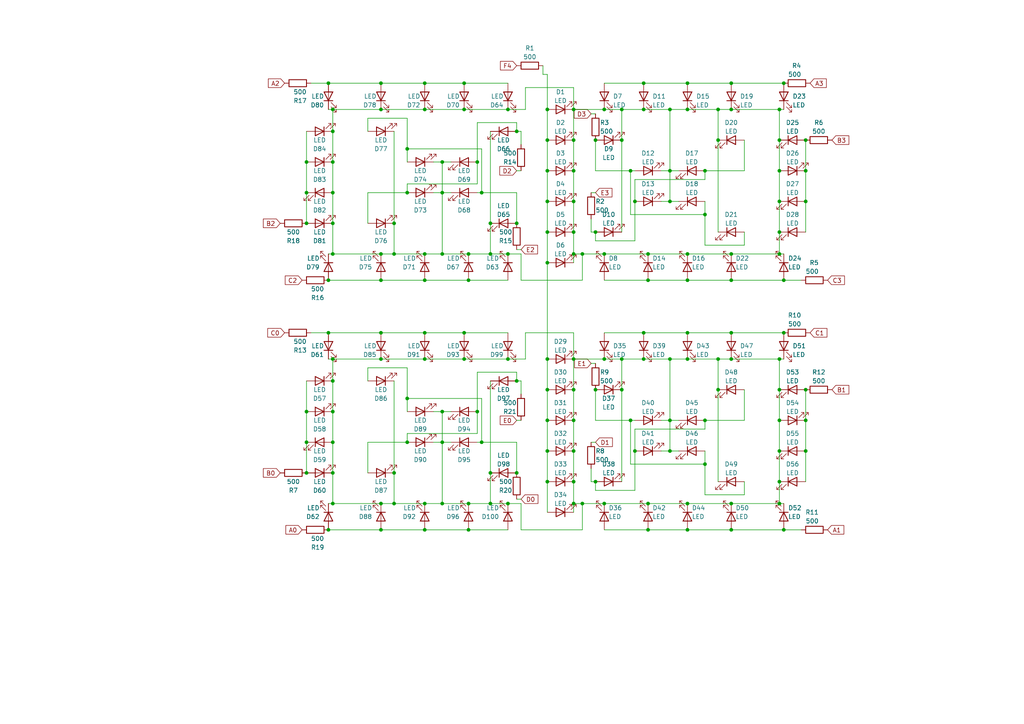
<source format=kicad_sch>
(kicad_sch (version 20230121) (generator eeschema)
  (paper "A4")
  (lib_symbols
    (symbol "Device:LED" (pin_numbers hide) (pin_names (offset 1.016) hide)
      (property "Reference" "D" (at 0 2.54 0))
      (property "Value" "LED" (at 0 -2.54 0))
      (symbol "LED_0_1"
        (polyline (pts (xy -1.27 -1.27) (xy -1.27 1.27)) (stroke (width 0.254)))
        (polyline (pts (xy -1.27 0) (xy 1.27 0)))
        (polyline (pts (xy 1.27 -1.27) (xy 1.27 1.27) (xy -1.27 0) (xy 1.27 -1.27)) (stroke (width 0.254)))
        (polyline (pts (xy -3.048 -0.762) (xy -4.572 -2.286) (xy -3.81 -2.286) (xy -4.572 -2.286) (xy -4.572 -1.524)))
        (polyline (pts (xy -1.778 -0.762) (xy -3.302 -2.286) (xy -2.54 -2.286) (xy -3.302 -2.286) (xy -3.302 -1.524)))
      )
      (symbol "LED_1_1"
        (pin passive line (at -3.81 0 0) (length 2.54) (name "K") (number "1"))
        (pin passive line (at 3.81 0 180) (length 2.54) (name "A") (number "2"))
      )
    )
    (symbol "Device:R" (pin_numbers hide) (pin_names (offset 0))
      (property "Reference" "R" (at 2.032 0 90))
      (property "Value" "R" (at 0 0 90))
      (symbol "R_0_1"
        (rectangle (start -1.016 -2.54) (end 1.016 2.54) (stroke (width 0.254)))
      )
      (symbol "R_1_1"
        (pin passive line (at 0 3.81 270) (length 1.27) (name "~") (number "1"))
        (pin passive line (at 0 -3.81 90) (length 1.27) (name "~") (number "2"))
      )
    )
  )
  (junction (at 175.26 146.05))
  (junction (at 110.49 104.14))
  (junction (at 88.9 137.16))
  (junction (at 199.39 24.13))
  (junction (at 166.37 130.81))
  (junction (at 186.69 104.14))
  (junction (at 168.91 146.05))
  (junction (at 123.19 81.28))
  (junction (at 135.89 73.66))
  (junction (at 135.89 81.28))
  (junction (at 147.32 146.05))
  (junction (at 123.19 73.66))
  (junction (at 139.7 128.27))
  (junction (at 212.09 81.28))
  (junction (at 88.9 64.77))
  (junction (at 180.34 104.14))
  (junction (at 96.52 146.05))
  (junction (at 204.47 49.53))
  (junction (at 166.37 58.42))
  (junction (at 158.75 130.81))
  (junction (at 110.49 153.67))
  (junction (at 114.3 64.77))
  (junction (at 199.39 146.05))
  (junction (at 226.06 139.7))
  (junction (at 158.75 67.31))
  (junction (at 139.7 55.88))
  (junction (at 194.31 104.14))
  (junction (at 186.69 31.75))
  (junction (at 158.75 76.2))
  (junction (at 123.19 104.14))
  (junction (at 110.49 96.52))
  (junction (at 95.25 24.13))
  (junction (at 180.34 31.75))
  (junction (at 147.32 73.66))
  (junction (at 123.19 31.75))
  (junction (at 194.31 130.81))
  (junction (at 187.96 153.67))
  (junction (at 149.86 137.16))
  (junction (at 212.09 24.13))
  (junction (at 96.52 55.88))
  (junction (at 184.15 58.42))
  (junction (at 172.72 139.7))
  (junction (at 175.26 73.66))
  (junction (at 194.31 58.42))
  (junction (at 172.72 67.31))
  (junction (at 158.75 58.42))
  (junction (at 149.86 38.1))
  (junction (at 199.39 96.52))
  (junction (at 123.19 146.05))
  (junction (at 204.47 62.23))
  (junction (at 199.39 31.75))
  (junction (at 233.68 121.92))
  (junction (at 194.31 31.75))
  (junction (at 96.52 46.99))
  (junction (at 134.62 31.75))
  (junction (at 96.52 110.49))
  (junction (at 96.52 64.77))
  (junction (at 166.37 73.66))
  (junction (at 226.06 31.75))
  (junction (at 142.24 64.77))
  (junction (at 114.3 73.66))
  (junction (at 187.96 146.05))
  (junction (at 134.62 96.52))
  (junction (at 158.75 121.92))
  (junction (at 226.06 146.05))
  (junction (at 233.68 113.03))
  (junction (at 96.52 104.14))
  (junction (at 128.27 146.05))
  (junction (at 166.37 121.92))
  (junction (at 158.75 139.7))
  (junction (at 88.9 128.27))
  (junction (at 182.88 49.53))
  (junction (at 194.31 121.92))
  (junction (at 88.9 119.38))
  (junction (at 175.26 31.75))
  (junction (at 142.24 137.16))
  (junction (at 172.72 40.64))
  (junction (at 96.52 31.75))
  (junction (at 147.32 31.75))
  (junction (at 166.37 31.75))
  (junction (at 96.52 137.16))
  (junction (at 147.32 104.14))
  (junction (at 95.25 96.52))
  (junction (at 135.89 153.67))
  (junction (at 149.86 64.77))
  (junction (at 110.49 24.13))
  (junction (at 208.28 113.03))
  (junction (at 226.06 121.92))
  (junction (at 233.68 58.42))
  (junction (at 114.3 146.05))
  (junction (at 233.68 40.64))
  (junction (at 172.72 113.03))
  (junction (at 142.24 73.66))
  (junction (at 95.25 153.67))
  (junction (at 118.11 55.88))
  (junction (at 134.62 24.13))
  (junction (at 128.27 55.88))
  (junction (at 182.88 121.92))
  (junction (at 96.52 128.27))
  (junction (at 199.39 153.67))
  (junction (at 110.49 73.66))
  (junction (at 208.28 104.14))
  (junction (at 199.39 104.14))
  (junction (at 208.28 31.75))
  (junction (at 110.49 31.75))
  (junction (at 166.37 67.31))
  (junction (at 212.09 96.52))
  (junction (at 138.43 119.38))
  (junction (at 226.06 130.81))
  (junction (at 110.49 146.05))
  (junction (at 158.75 49.53))
  (junction (at 166.37 49.53))
  (junction (at 226.06 49.53))
  (junction (at 138.43 46.99))
  (junction (at 204.47 134.62))
  (junction (at 187.96 81.28))
  (junction (at 128.27 73.66))
  (junction (at 226.06 40.64))
  (junction (at 158.75 40.64))
  (junction (at 96.52 38.1))
  (junction (at 227.33 81.28))
  (junction (at 180.34 40.64))
  (junction (at 194.31 49.53))
  (junction (at 199.39 81.28))
  (junction (at 123.19 96.52))
  (junction (at 226.06 113.03))
  (junction (at 226.06 58.42))
  (junction (at 96.52 73.66))
  (junction (at 233.68 49.53))
  (junction (at 88.9 46.99))
  (junction (at 233.68 130.81))
  (junction (at 96.52 119.38))
  (junction (at 158.75 104.14))
  (junction (at 212.09 104.14))
  (junction (at 166.37 146.05))
  (junction (at 186.69 24.13))
  (junction (at 175.26 104.14))
  (junction (at 199.39 73.66))
  (junction (at 227.33 24.13))
  (junction (at 212.09 73.66))
  (junction (at 226.06 104.14))
  (junction (at 142.24 146.05))
  (junction (at 226.06 67.31))
  (junction (at 227.33 153.67))
  (junction (at 168.91 73.66))
  (junction (at 186.69 96.52))
  (junction (at 227.33 96.52))
  (junction (at 118.11 43.18))
  (junction (at 128.27 119.38))
  (junction (at 212.09 153.67))
  (junction (at 149.86 110.49))
  (junction (at 208.28 40.64))
  (junction (at 204.47 121.92))
  (junction (at 226.06 73.66))
  (junction (at 123.19 24.13))
  (junction (at 166.37 40.64))
  (junction (at 110.49 81.28))
  (junction (at 135.89 146.05))
  (junction (at 166.37 104.14))
  (junction (at 158.75 113.03))
  (junction (at 123.19 153.67))
  (junction (at 128.27 46.99))
  (junction (at 187.96 73.66))
  (junction (at 180.34 113.03))
  (junction (at 118.11 128.27))
  (junction (at 118.11 115.57))
  (junction (at 158.75 31.75))
  (junction (at 166.37 113.03))
  (junction (at 184.15 130.81))
  (junction (at 95.25 81.28))
  (junction (at 212.09 146.05))
  (junction (at 166.37 139.7))
  (junction (at 212.09 31.75))
  (junction (at 128.27 128.27))
  (junction (at 114.3 137.16))
  (junction (at 134.62 104.14))
  (junction (at 88.9 55.88))
  (wire (pts (xy 123.19 104.14) (xy 110.49 104.14)))
  (wire (pts (xy 151.13 146.05) (xy 151.13 153.67)))
  (wire (pts (xy 152.4 25.4) (xy 166.37 25.4)))
  (wire (pts (xy 208.28 31.75) (xy 212.09 31.75)))
  (wire (pts (xy 212.09 81.28) (xy 227.33 81.28)))
  (wire (pts (xy 138.43 107.95) (xy 138.43 119.38)))
  (wire (pts (xy 191.77 49.53) (xy 194.31 49.53)))
  (wire (pts (xy 194.31 121.92) (xy 194.31 130.81)))
  (wire (pts (xy 128.27 73.66) (xy 128.27 55.88)))
  (wire (pts (xy 166.37 40.64) (xy 166.37 49.53)))
  (wire (pts (xy 215.9 71.12) (xy 215.9 67.31)))
  (wire (pts (xy 138.43 35.56) (xy 138.43 46.99)))
  (wire (pts (xy 204.47 134.62) (xy 204.47 143.51)))
  (wire (pts (xy 151.13 110.49) (xy 149.86 110.49)))
  (wire (pts (xy 110.49 24.13) (xy 95.25 24.13)))
  (wire (pts (xy 180.34 31.75) (xy 180.34 40.64)))
  (wire (pts (xy 172.72 121.92) (xy 182.88 121.92)))
  (wire (pts (xy 171.45 63.5) (xy 171.45 67.31)))
  (wire (pts (xy 226.06 139.7) (xy 226.06 146.05)))
  (wire (pts (xy 157.48 21.59) (xy 158.75 21.59)))
  (wire (pts (xy 95.25 96.52) (xy 90.17 96.52)))
  (wire (pts (xy 199.39 96.52) (xy 212.09 96.52)))
  (wire (pts (xy 227.33 81.28) (xy 232.41 81.28)))
  (wire (pts (xy 158.75 67.31) (xy 158.75 76.2)))
  (wire (pts (xy 212.09 31.75) (xy 226.06 31.75)))
  (wire (pts (xy 158.75 31.75) (xy 158.75 40.64)))
  (wire (pts (xy 135.89 153.67) (xy 123.19 153.67)))
  (wire (pts (xy 204.47 62.23) (xy 182.88 62.23)))
  (wire (pts (xy 114.3 73.66) (xy 114.3 64.77)))
  (wire (pts (xy 194.31 58.42) (xy 196.85 58.42)))
  (wire (pts (xy 96.52 46.99) (xy 96.52 38.1)))
  (wire (pts (xy 151.13 153.67) (xy 168.91 153.67)))
  (wire (pts (xy 194.31 49.53) (xy 194.31 58.42)))
  (wire (pts (xy 147.32 146.05) (xy 142.24 146.05)))
  (wire (pts (xy 96.52 55.88) (xy 96.52 46.99)))
  (wire (pts (xy 166.37 96.52) (xy 166.37 104.14)))
  (wire (pts (xy 184.15 52.07) (xy 204.47 52.07)))
  (wire (pts (xy 151.13 72.39) (xy 149.86 72.39)))
  (wire (pts (xy 88.9 64.77) (xy 88.9 55.88)))
  (wire (pts (xy 123.19 153.67) (xy 110.49 153.67)))
  (wire (pts (xy 96.52 128.27) (xy 96.52 119.38)))
  (wire (pts (xy 151.13 114.3) (xy 151.13 110.49)))
  (wire (pts (xy 171.45 105.41) (xy 172.72 105.41)))
  (wire (pts (xy 152.4 96.52) (xy 152.4 104.14)))
  (wire (pts (xy 226.06 49.53) (xy 226.06 58.42)))
  (wire (pts (xy 134.62 31.75) (xy 123.19 31.75)))
  (wire (pts (xy 138.43 46.99) (xy 138.43 53.34)))
  (wire (pts (xy 166.37 113.03) (xy 166.37 121.92)))
  (wire (pts (xy 166.37 146.05) (xy 166.37 148.59)))
  (wire (pts (xy 118.11 46.99) (xy 118.11 43.18)))
  (wire (pts (xy 114.3 73.66) (xy 110.49 73.66)))
  (wire (pts (xy 204.47 121.92) (xy 204.47 124.46)))
  (wire (pts (xy 88.9 137.16) (xy 88.9 128.27)))
  (wire (pts (xy 110.49 153.67) (xy 95.25 153.67)))
  (wire (pts (xy 226.06 67.31) (xy 226.06 73.66)))
  (wire (pts (xy 128.27 55.88) (xy 128.27 46.99)))
  (wire (pts (xy 106.68 137.16) (xy 106.68 128.27)))
  (wire (pts (xy 226.06 31.75) (xy 227.33 31.75)))
  (wire (pts (xy 212.09 96.52) (xy 227.33 96.52)))
  (wire (pts (xy 149.86 107.95) (xy 149.86 110.49)))
  (wire (pts (xy 96.52 119.38) (xy 96.52 110.49)))
  (wire (pts (xy 158.75 130.81) (xy 158.75 139.7)))
  (wire (pts (xy 171.45 67.31) (xy 172.72 67.31)))
  (wire (pts (xy 123.19 81.28) (xy 110.49 81.28)))
  (wire (pts (xy 158.75 113.03) (xy 158.75 121.92)))
  (wire (pts (xy 128.27 55.88) (xy 125.73 55.88)))
  (wire (pts (xy 182.88 121.92) (xy 182.88 134.62)))
  (wire (pts (xy 158.75 49.53) (xy 158.75 58.42)))
  (wire (pts (xy 128.27 128.27) (xy 125.73 128.27)))
  (wire (pts (xy 149.86 107.95) (xy 138.43 107.95)))
  (wire (pts (xy 114.3 146.05) (xy 114.3 137.16)))
  (wire (pts (xy 149.86 55.88) (xy 149.86 64.77)))
  (wire (pts (xy 147.32 153.67) (xy 135.89 153.67)))
  (wire (pts (xy 186.69 104.14) (xy 194.31 104.14)))
  (wire (pts (xy 130.81 128.27) (xy 128.27 128.27)))
  (wire (pts (xy 147.32 24.13) (xy 134.62 24.13)))
  (wire (pts (xy 182.88 49.53) (xy 184.15 49.53)))
  (wire (pts (xy 175.26 96.52) (xy 186.69 96.52)))
  (wire (pts (xy 233.68 121.92) (xy 233.68 130.81)))
  (wire (pts (xy 128.27 146.05) (xy 128.27 128.27)))
  (wire (pts (xy 106.68 34.29) (xy 118.11 34.29)))
  (wire (pts (xy 110.49 146.05) (xy 96.52 146.05)))
  (wire (pts (xy 158.75 104.14) (xy 158.75 113.03)))
  (wire (pts (xy 88.9 119.38) (xy 88.9 110.49)))
  (wire (pts (xy 172.72 55.88) (xy 171.45 55.88)))
  (wire (pts (xy 149.86 35.56) (xy 149.86 38.1)))
  (wire (pts (xy 172.72 49.53) (xy 182.88 49.53)))
  (wire (pts (xy 134.62 104.14) (xy 123.19 104.14)))
  (wire (pts (xy 194.31 49.53) (xy 196.85 49.53)))
  (wire (pts (xy 204.47 134.62) (xy 182.88 134.62)))
  (wire (pts (xy 142.24 146.05) (xy 142.24 137.16)))
  (wire (pts (xy 166.37 104.14) (xy 175.26 104.14)))
  (wire (pts (xy 180.34 104.14) (xy 180.34 113.03)))
  (wire (pts (xy 212.09 146.05) (xy 226.06 146.05)))
  (wire (pts (xy 123.19 31.75) (xy 110.49 31.75)))
  (wire (pts (xy 226.06 104.14) (xy 226.06 113.03)))
  (wire (pts (xy 138.43 125.73) (xy 118.11 125.73)))
  (wire (pts (xy 118.11 119.38) (xy 118.11 115.57)))
  (wire (pts (xy 194.31 121.92) (xy 196.85 121.92)))
  (wire (pts (xy 212.09 104.14) (xy 226.06 104.14)))
  (wire (pts (xy 226.06 104.14) (xy 227.33 104.14)))
  (wire (pts (xy 147.32 73.66) (xy 142.24 73.66)))
  (wire (pts (xy 139.7 128.27) (xy 139.7 115.57)))
  (wire (pts (xy 166.37 31.75) (xy 166.37 40.64)))
  (wire (pts (xy 233.68 58.42) (xy 233.68 67.31)))
  (wire (pts (xy 96.52 73.66) (xy 95.25 73.66)))
  (wire (pts (xy 96.52 104.14) (xy 95.25 104.14)))
  (wire (pts (xy 226.06 58.42) (xy 226.06 67.31)))
  (wire (pts (xy 130.81 55.88) (xy 128.27 55.88)))
  (wire (pts (xy 172.72 128.27) (xy 171.45 128.27)))
  (wire (pts (xy 135.89 73.66) (xy 128.27 73.66)))
  (wire (pts (xy 166.37 25.4) (xy 166.37 31.75)))
  (wire (pts (xy 199.39 104.14) (xy 208.28 104.14)))
  (wire (pts (xy 166.37 139.7) (xy 166.37 146.05)))
  (wire (pts (xy 128.27 46.99) (xy 125.73 46.99)))
  (wire (pts (xy 186.69 96.52) (xy 199.39 96.52)))
  (wire (pts (xy 166.37 130.81) (xy 166.37 139.7)))
  (wire (pts (xy 130.81 46.99) (xy 128.27 46.99)))
  (wire (pts (xy 208.28 40.64) (xy 208.28 67.31)))
  (wire (pts (xy 199.39 24.13) (xy 212.09 24.13)))
  (wire (pts (xy 171.45 33.02) (xy 172.72 33.02)))
  (wire (pts (xy 194.31 31.75) (xy 199.39 31.75)))
  (wire (pts (xy 187.96 146.05) (xy 199.39 146.05)))
  (wire (pts (xy 151.13 41.91) (xy 151.13 38.1)))
  (wire (pts (xy 180.34 31.75) (xy 186.69 31.75)))
  (wire (pts (xy 166.37 58.42) (xy 166.37 67.31)))
  (wire (pts (xy 227.33 153.67) (xy 232.41 153.67)))
  (wire (pts (xy 175.26 73.66) (xy 187.96 73.66)))
  (wire (pts (xy 149.86 35.56) (xy 138.43 35.56)))
  (wire (pts (xy 95.25 24.13) (xy 90.17 24.13)))
  (wire (pts (xy 194.31 130.81) (xy 196.85 130.81)))
  (wire (pts (xy 158.75 21.59) (xy 158.75 31.75)))
  (wire (pts (xy 215.9 71.12) (xy 204.47 71.12)))
  (wire (pts (xy 96.52 110.49) (xy 96.52 104.14)))
  (wire (pts (xy 166.37 31.75) (xy 175.26 31.75)))
  (wire (pts (xy 194.31 104.14) (xy 194.31 121.92)))
  (wire (pts (xy 226.06 121.92) (xy 226.06 130.81)))
  (wire (pts (xy 149.86 55.88) (xy 139.7 55.88)))
  (wire (pts (xy 142.24 146.05) (xy 135.89 146.05)))
  (wire (pts (xy 191.77 130.81) (xy 194.31 130.81)))
  (wire (pts (xy 147.32 73.66) (xy 151.13 73.66)))
  (wire (pts (xy 110.49 31.75) (xy 96.52 31.75)))
  (wire (pts (xy 110.49 73.66) (xy 96.52 73.66)))
  (wire (pts (xy 149.86 49.53) (xy 151.13 49.53)))
  (wire (pts (xy 184.15 124.46) (xy 204.47 124.46)))
  (wire (pts (xy 106.68 106.68) (xy 118.11 106.68)))
  (wire (pts (xy 199.39 153.67) (xy 212.09 153.67)))
  (wire (pts (xy 199.39 31.75) (xy 208.28 31.75)))
  (wire (pts (xy 147.32 81.28) (xy 135.89 81.28)))
  (wire (pts (xy 187.96 153.67) (xy 199.39 153.67)))
  (wire (pts (xy 114.3 64.77) (xy 114.3 38.1)))
  (wire (pts (xy 212.09 153.67) (xy 227.33 153.67)))
  (wire (pts (xy 182.88 121.92) (xy 184.15 121.92)))
  (wire (pts (xy 123.19 24.13) (xy 110.49 24.13)))
  (wire (pts (xy 215.9 113.03) (xy 215.9 121.92)))
  (wire (pts (xy 186.69 31.75) (xy 194.31 31.75)))
  (wire (pts (xy 204.47 62.23) (xy 204.47 71.12)))
  (wire (pts (xy 226.06 146.05) (xy 227.33 146.05)))
  (wire (pts (xy 166.37 146.05) (xy 168.91 146.05)))
  (wire (pts (xy 208.28 113.03) (xy 208.28 139.7)))
  (wire (pts (xy 123.19 96.52) (xy 110.49 96.52)))
  (wire (pts (xy 208.28 104.14) (xy 212.09 104.14)))
  (wire (pts (xy 142.24 73.66) (xy 142.24 64.77)))
  (wire (pts (xy 199.39 81.28) (xy 212.09 81.28)))
  (wire (pts (xy 142.24 137.16) (xy 142.24 110.49)))
  (wire (pts (xy 147.32 104.14) (xy 134.62 104.14)))
  (wire (pts (xy 118.11 43.18) (xy 139.7 43.18)))
  (wire (pts (xy 128.27 146.05) (xy 123.19 146.05)))
  (wire (pts (xy 233.68 113.03) (xy 233.68 121.92)))
  (wire (pts (xy 106.68 64.77) (xy 106.68 55.88)))
  (wire (pts (xy 204.47 121.92) (xy 215.9 121.92)))
  (wire (pts (xy 199.39 73.66) (xy 212.09 73.66)))
  (wire (pts (xy 212.09 73.66) (xy 226.06 73.66)))
  (wire (pts (xy 147.32 96.52) (xy 134.62 96.52)))
  (wire (pts (xy 166.37 49.53) (xy 166.37 58.42)))
  (wire (pts (xy 226.06 113.03) (xy 226.06 121.92)))
  (wire (pts (xy 128.27 73.66) (xy 123.19 73.66)))
  (wire (pts (xy 151.13 144.78) (xy 149.86 144.78)))
  (wire (pts (xy 175.26 104.14) (xy 180.34 104.14)))
  (wire (pts (xy 118.11 128.27) (xy 118.11 125.73)))
  (wire (pts (xy 166.37 73.66) (xy 168.91 73.66)))
  (wire (pts (xy 215.9 40.64) (xy 215.9 49.53)))
  (wire (pts (xy 180.34 40.64) (xy 180.34 67.31)))
  (wire (pts (xy 175.26 153.67) (xy 187.96 153.67)))
  (wire (pts (xy 180.34 113.03) (xy 180.34 139.7)))
  (wire (pts (xy 180.34 104.14) (xy 186.69 104.14)))
  (wire (pts (xy 171.45 139.7) (xy 172.72 139.7)))
  (wire (pts (xy 199.39 146.05) (xy 212.09 146.05)))
  (wire (pts (xy 88.9 55.88) (xy 88.9 46.99)))
  (wire (pts (xy 204.47 58.42) (xy 204.47 62.23)))
  (wire (pts (xy 118.11 55.88) (xy 118.11 53.34)))
  (wire (pts (xy 139.7 55.88) (xy 138.43 55.88)))
  (wire (pts (xy 123.19 73.66) (xy 114.3 73.66)))
  (wire (pts (xy 184.15 69.85) (xy 184.15 58.42)))
  (wire (pts (xy 168.91 73.66) (xy 175.26 73.66)))
  (wire (pts (xy 182.88 49.53) (xy 182.88 62.23)))
  (wire (pts (xy 233.68 40.64) (xy 233.68 49.53)))
  (wire (pts (xy 175.26 31.75) (xy 180.34 31.75)))
  (wire (pts (xy 134.62 24.13) (xy 123.19 24.13)))
  (wire (pts (xy 147.32 146.05) (xy 151.13 146.05)))
  (wire (pts (xy 172.72 69.85) (xy 172.72 67.31)))
  (wire (pts (xy 149.86 128.27) (xy 149.86 137.16)))
  (wire (pts (xy 215.9 143.51) (xy 204.47 143.51)))
  (wire (pts (xy 157.48 19.05) (xy 157.48 21.59)))
  (wire (pts (xy 110.49 104.14) (xy 96.52 104.14)))
  (wire (pts (xy 208.28 31.75) (xy 208.28 40.64)))
  (wire (pts (xy 151.13 73.66) (xy 151.13 81.28)))
  (wire (pts (xy 172.72 142.24) (xy 184.15 142.24)))
  (wire (pts (xy 139.7 128.27) (xy 138.43 128.27)))
  (wire (pts (xy 226.06 31.75) (xy 226.06 40.64)))
  (wire (pts (xy 128.27 119.38) (xy 125.73 119.38)))
  (wire (pts (xy 88.9 128.27) (xy 88.9 119.38)))
  (wire (pts (xy 194.31 104.14) (xy 199.39 104.14)))
  (wire (pts (xy 204.47 130.81) (xy 204.47 134.62)))
  (wire (pts (xy 96.52 31.75) (xy 95.25 31.75)))
  (wire (pts (xy 123.19 146.05) (xy 114.3 146.05)))
  (wire (pts (xy 208.28 104.14) (xy 208.28 113.03)))
  (wire (pts (xy 158.75 40.64) (xy 158.75 49.53)))
  (wire (pts (xy 166.37 121.92) (xy 166.37 130.81)))
  (wire (pts (xy 130.81 119.38) (xy 128.27 119.38)))
  (wire (pts (xy 128.27 128.27) (xy 128.27 119.38)))
  (wire (pts (xy 204.47 49.53) (xy 204.47 52.07)))
  (wire (pts (xy 226.06 130.81) (xy 226.06 139.7)))
  (wire (pts (xy 147.32 31.75) (xy 134.62 31.75)))
  (wire (pts (xy 172.72 121.92) (xy 172.72 113.03)))
  (wire (pts (xy 172.72 69.85) (xy 184.15 69.85)))
  (wire (pts (xy 118.11 43.18) (xy 118.11 34.29)))
  (wire (pts (xy 184.15 58.42) (xy 184.15 52.07)))
  (wire (pts (xy 106.68 106.68) (xy 106.68 110.49)))
  (wire (pts (xy 175.26 24.13) (xy 186.69 24.13)))
  (wire (pts (xy 135.89 146.05) (xy 128.27 146.05)))
  (wire (pts (xy 166.37 67.31) (xy 166.37 73.66)))
  (wire (pts (xy 226.06 73.66) (xy 227.33 73.66)))
  (wire (pts (xy 172.72 49.53) (xy 172.72 40.64)))
  (wire (pts (xy 172.72 142.24) (xy 172.72 139.7)))
  (wire (pts (xy 96.52 38.1) (xy 96.52 31.75)))
  (wire (pts (xy 147.32 31.75) (xy 152.4 31.75)))
  (wire (pts (xy 106.68 34.29) (xy 106.68 38.1)))
  (wire (pts (xy 118.11 55.88) (xy 106.68 55.88)))
  (wire (pts (xy 134.62 96.52) (xy 123.19 96.52)))
  (wire (pts (xy 233.68 49.53) (xy 233.68 58.42)))
  (wire (pts (xy 186.69 24.13) (xy 199.39 24.13)))
  (wire (pts (xy 166.37 73.66) (xy 166.37 76.2)))
  (wire (pts (xy 168.91 146.05) (xy 175.26 146.05)))
  (wire (pts (xy 184.15 142.24) (xy 184.15 130.81)))
  (wire (pts (xy 158.75 139.7) (xy 158.75 148.59)))
  (wire (pts (xy 168.91 81.28) (xy 168.91 73.66)))
  (wire (pts (xy 88.9 46.99) (xy 88.9 38.1)))
  (wire (pts (xy 110.49 96.52) (xy 95.25 96.52)))
  (wire (pts (xy 187.96 73.66) (xy 199.39 73.66)))
  (wire (pts (xy 96.52 146.05) (xy 96.52 137.16)))
  (wire (pts (xy 118.11 115.57) (xy 118.11 106.68)))
  (wire (pts (xy 175.26 146.05) (xy 187.96 146.05)))
  (wire (pts (xy 139.7 55.88) (xy 139.7 43.18)))
  (wire (pts (xy 142.24 64.77) (xy 142.24 38.1)))
  (wire (pts (xy 142.24 73.66) (xy 135.89 73.66)))
  (wire (pts (xy 158.75 121.92) (xy 158.75 130.81)))
  (wire (pts (xy 175.26 81.28) (xy 187.96 81.28)))
  (wire (pts (xy 152.4 96.52) (xy 166.37 96.52)))
  (wire (pts (xy 138.43 53.34) (xy 118.11 53.34)))
  (wire (pts (xy 191.77 121.92) (xy 194.31 121.92)))
  (wire (pts (xy 158.75 76.2) (xy 158.75 104.14)))
  (wire (pts (xy 96.52 146.05) (xy 95.25 146.05)))
  (wire (pts (xy 96.52 137.16) (xy 96.52 128.27)))
  (wire (pts (xy 166.37 104.14) (xy 166.37 113.03)))
  (wire (pts (xy 184.15 130.81) (xy 184.15 124.46)))
  (wire (pts (xy 187.96 81.28) (xy 199.39 81.28)))
  (wire (pts (xy 233.68 130.81) (xy 233.68 139.7)))
  (wire (pts (xy 226.06 40.64) (xy 226.06 49.53)))
  (wire (pts (xy 135.89 81.28) (xy 123.19 81.28)))
  (wire (pts (xy 168.91 153.67) (xy 168.91 146.05)))
  (wire (pts (xy 114.3 146.05) (xy 110.49 146.05)))
  (wire (pts (xy 118.11 128.27) (xy 106.68 128.27)))
  (wire (pts (xy 149.86 121.92) (xy 151.13 121.92)))
  (wire (pts (xy 147.32 104.14) (xy 152.4 104.14)))
  (wire (pts (xy 114.3 137.16) (xy 114.3 110.49)))
  (wire (pts (xy 138.43 119.38) (xy 138.43 125.73)))
  (wire (pts (xy 149.86 128.27) (xy 139.7 128.27)))
  (wire (pts (xy 158.75 58.42) (xy 158.75 67.31)))
  (wire (pts (xy 204.47 49.53) (xy 215.9 49.53)))
  (wire (pts (xy 215.9 143.51) (xy 215.9 139.7)))
  (wire (pts (xy 96.52 73.66) (xy 96.52 64.77)))
  (wire (pts (xy 118.11 115.57) (xy 139.7 115.57)))
  (wire (pts (xy 151.13 81.28) (xy 168.91 81.28)))
  (wire (pts (xy 152.4 31.75) (xy 152.4 25.4)))
  (wire (pts (xy 171.45 135.89) (xy 171.45 139.7)))
  (wire (pts (xy 96.52 64.77) (xy 96.52 55.88)))
  (wire (pts (xy 191.77 58.42) (xy 194.31 58.42)))
  (wire (pts (xy 110.49 81.28) (xy 95.25 81.28)))
  (wire (pts (xy 194.31 31.75) (xy 194.31 49.53)))
  (wire (pts (xy 212.09 24.13) (xy 227.33 24.13)))
  (wire (pts (xy 151.13 38.1) (xy 149.86 38.1)))
  (global_label "E3" (shape input) (at 172.72 55.88 0) (property "Intersheetrefs" "${INTERSHEET_REFS}" (effects hide)))
  (global_label "B1" (shape input) (at 241.3 113.03 0) (property "Intersheetrefs" "${INTERSHEET_REFS}" (effects hide)))
  (global_label "F4" (shape input) (at 149.86 19.05 180) (property "Intersheetrefs" "${INTERSHEET_REFS}" (effects hide)))
  (global_label "C0" (shape input) (at 82.55 96.52 180) (property "Intersheetrefs" "${INTERSHEET_REFS}" (effects hide)))
  (global_label "B0" (shape input) (at 81.28 137.16 180) (property "Intersheetrefs" "${INTERSHEET_REFS}" (effects hide)))
  (global_label "A2" (shape input) (at 82.55 24.13 180) (property "Intersheetrefs" "${INTERSHEET_REFS}" (effects hide)))
  (global_label "B3" (shape input) (at 241.3 40.64 0) (property "Intersheetrefs" "${INTERSHEET_REFS}" (effects hide)))
  (global_label "E2" (shape input) (at 151.13 72.39 0) (property "Intersheetrefs" "${INTERSHEET_REFS}" (effects hide)))
  (global_label "C3" (shape input) (at 240.03 81.28 0) (property "Intersheetrefs" "${INTERSHEET_REFS}" (effects hide)))
  (global_label "C1" (shape input) (at 234.95 96.52 0) (property "Intersheetrefs" "${INTERSHEET_REFS}" (effects hide)))
  (global_label "D0" (shape input) (at 151.13 144.78 0) (property "Intersheetrefs" "${INTERSHEET_REFS}" (effects hide)))
  (global_label "D3" (shape input) (at 171.45 33.02 180) (property "Intersheetrefs" "${INTERSHEET_REFS}" (effects hide)))
  (global_label "E0" (shape input) (at 149.86 121.92 180) (property "Intersheetrefs" "${INTERSHEET_REFS}" (effects hide)))
  (global_label "D1" (shape input) (at 172.72 128.27 0) (property "Intersheetrefs" "${INTERSHEET_REFS}" (effects hide)))
  (global_label "A1" (shape input) (at 240.03 153.67 0) (property "Intersheetrefs" "${INTERSHEET_REFS}" (effects hide)))
  (global_label "E1" (shape input) (at 171.45 105.41 180) (property "Intersheetrefs" "${INTERSHEET_REFS}" (effects hide)))
  (global_label "B2" (shape input) (at 81.28 64.77 180) (property "Intersheetrefs" "${INTERSHEET_REFS}" (effects hide)))
  (global_label "C2" (shape input) (at 87.63 81.28 180) (property "Intersheetrefs" "${INTERSHEET_REFS}" (effects hide)))
  (global_label "A0" (shape input) (at 87.63 153.67 180) (property "Intersheetrefs" "${INTERSHEET_REFS}" (effects hide)))
  (global_label "A3" (shape input) (at 234.95 24.13 0) (property "Intersheetrefs" "${INTERSHEET_REFS}" (effects hide)))
  (global_label "D2" (shape input) (at 149.86 49.53 180) (property "Intersheetrefs" "${INTERSHEET_REFS}" (effects hide)))
  (symbol (lib_id "Device:R") (at 91.44 81.28 90) (unit 1)
    (property "Reference" "R16" (at 90.17 86.36 90) (effects (justify right)))
    (property "Value" "500" (at 90.17 83.82 90) (effects (justify right)))
  )
  (symbol (lib_id "Device:LED") (at 135.89 149.86 270) (unit 1)
    (property "Reference" "D96" (at 133.35 149.86 90) (effects (justify right)))
    (property "Value" "LED" (at 133.35 147.32 90) (effects (justify right)))
  )
  (symbol (lib_id "Device:LED") (at 229.87 58.42 0) (unit 1)
    (property "Reference" "D27" (at 229.87 53.34 0))
    (property "Value" "LED" (at 229.87 55.88 0))
  )
  (symbol (lib_id "Device:LED") (at 162.56 40.64 180) (unit 1)
    (property "Reference" "D2" (at 162.56 35.56 0))
    (property "Value" "LED" (at 162.56 38.1 0))
  )
  (symbol (lib_id "Device:R") (at 236.22 81.28 270) (unit 1)
    (property "Reference" "R5" (at 237.49 76.2 90) (effects (justify right)))
    (property "Value" "500" (at 237.49 78.74 90) (effects (justify right)))
  )
  (symbol (lib_id "Device:LED") (at 212.09 113.03 0) (unit 1)
    (property "Reference" "D48" (at 212.09 107.95 0))
    (property "Value" "LED" (at 212.09 110.49 0))
  )
  (symbol (lib_id "Device:LED") (at 162.56 67.31 180) (unit 1)
    (property "Reference" "D5" (at 162.56 62.23 0))
    (property "Value" "LED" (at 162.56 64.77 0))
  )
  (symbol (lib_id "Device:LED") (at 212.09 149.86 270) (unit 1)
    (property "Reference" "D50" (at 213.36 147.32 90) (effects (justify left)))
    (property "Value" "LED" (at 213.36 149.86 90) (effects (justify left)))
  )
  (symbol (lib_id "Device:LED") (at 176.53 40.64 180) (unit 1)
    (property "Reference" "D9" (at 176.53 43.18 0))
    (property "Value" "LED" (at 176.53 45.72 0))
  )
  (symbol (lib_id "Device:LED") (at 175.26 77.47 270) (unit 1)
    (property "Reference" "D8" (at 176.53 74.93 90) (effects (justify left)))
    (property "Value" "LED" (at 176.53 77.47 90) (effects (justify left)))
  )
  (symbol (lib_id "Device:LED") (at 134.62 128.27 0) (unit 1)
    (property "Reference" "D95" (at 134.62 133.35 0))
    (property "Value" "LED" (at 134.62 130.81 0))
  )
  (symbol (lib_id "Device:LED") (at 134.62 46.99 0) (unit 1)
    (property "Reference" "D69" (at 134.62 52.07 0))
    (property "Value" "LED" (at 134.62 49.53 0))
  )
  (symbol (lib_id "Device:LED") (at 135.89 77.47 270) (unit 1)
    (property "Reference" "D67" (at 133.35 77.47 90) (effects (justify right)))
    (property "Value" "LED" (at 133.35 74.93 90) (effects (justify right)))
  )
  (symbol (lib_id "Device:R") (at 171.45 132.08 0) (unit 1)
    (property "Reference" "R8" (at 172.72 130.81 0) (effects (justify left)))
    (property "Value" "500" (at 172.72 133.35 0) (effects (justify left)))
  )
  (symbol (lib_id "Device:LED") (at 229.87 113.03 0) (unit 1)
    (property "Reference" "D53" (at 229.87 107.95 0))
    (property "Value" "LED" (at 229.87 110.49 0))
  )
  (symbol (lib_id "Device:R") (at 85.09 64.77 90) (unit 1)
    (property "Reference" "R18" (at 85.09 69.85 90))
    (property "Value" "500" (at 85.09 67.31 90))
  )
  (symbol (lib_id "Device:R") (at 151.13 45.72 180) (unit 1)
    (property "Reference" "R14" (at 149.86 46.99 0) (effects (justify left)))
    (property "Value" "500" (at 149.86 44.45 0) (effects (justify left)))
  )
  (symbol (lib_id "Device:LED") (at 212.09 40.64 0) (unit 1)
    (property "Reference" "D20" (at 212.09 35.56 0))
    (property "Value" "LED" (at 212.09 38.1 0))
  )
  (symbol (lib_id "Device:LED") (at 199.39 149.86 270) (unit 1)
    (property "Reference" "D44" (at 200.66 147.32 90) (effects (justify left)))
    (property "Value" "LED" (at 200.66 149.86 90) (effects (justify left)))
  )
  (symbol (lib_id "Device:LED") (at 147.32 100.33 90) (unit 1)
    (property "Reference" "D99" (at 146.05 102.87 90) (effects (justify left)))
    (property "Value" "LED" (at 146.05 100.33 90) (effects (justify left)))
  )
  (symbol (lib_id "Device:LED") (at 212.09 27.94 90) (unit 1)
    (property "Reference" "D19" (at 214.63 27.94 90) (effects (justify right)))
    (property "Value" "LED" (at 214.63 30.48 90) (effects (justify right)))
    (property "Footprint" "LED_THT:LED_D5.0mm" (effects hide))
  )
  (symbol (lib_id "Device:LED") (at 227.33 149.86 270) (unit 1)
    (property "Reference" "D52" (at 228.6 147.32 90) (effects (justify left)))
    (property "Value" "LED" (at 228.6 149.86 90) (effects (justify left)))
  )
  (symbol (lib_id "Device:LED") (at 229.87 139.7 0) (unit 1)
    (property "Reference" "D56" (at 229.87 134.62 0))
    (property "Value" "LED" (at 229.87 137.16 0))
  )
  (symbol (lib_id "Device:LED") (at 187.96 58.42 180) (unit 1)
    (property "Reference" "D13" (at 187.96 53.34 0))
    (property "Value" "LED" (at 187.96 55.88 0))
  )
  (symbol (lib_id "Device:LED") (at 200.66 49.53 0) (unit 1)
    (property "Reference" "D17" (at 200.66 44.45 0))
    (property "Value" "LED" (at 200.66 46.99 0))
  )
  (symbol (lib_id "Device:LED") (at 212.09 139.7 0) (unit 1)
    (property "Reference" "D49" (at 212.09 134.62 0))
    (property "Value" "LED" (at 212.09 137.16 0))
  )
  (symbol (lib_id "Device:LED") (at 187.96 49.53 180) (unit 1)
    (property "Reference" "D12" (at 187.96 44.45 0))
    (property "Value" "LED" (at 187.96 46.99 0))
  )
  (symbol (lib_id "Device:LED") (at 123.19 27.94 90) (unit 1)
    (property "Reference" "D72" (at 121.92 30.48 90) (effects (justify left)))
    (property "Value" "LED" (at 121.92 27.94 90) (effects (justify left)))
  )
  (symbol (lib_id "Device:LED") (at 162.56 130.81 180) (unit 1)
    (property "Reference" "D32" (at 162.56 125.73 0))
    (property "Value" "LED" (at 162.56 128.27 0))
  )
  (symbol (lib_id "Device:R") (at 91.44 153.67 90) (unit 1)
    (property "Reference" "R19" (at 90.17 158.75 90) (effects (justify right)))
    (property "Value" "500" (at 90.17 156.21 90) (effects (justify right)))
  )
  (symbol (lib_id "Device:LED") (at 200.66 58.42 0) (unit 1)
    (property "Reference" "D18" (at 200.66 53.34 0))
    (property "Value" "LED" (at 200.66 55.88 0))
  )
  (symbol (lib_id "Device:LED") (at 162.56 113.03 180) (unit 1)
    (property "Reference" "D30" (at 162.56 107.95 0))
    (property "Value" "LED" (at 162.56 110.49 0))
  )
  (symbol (lib_id "Device:LED") (at 146.05 38.1 0) (unit 1)
    (property "Reference" "D66" (at 146.05 43.18 0))
    (property "Value" "LED" (at 146.05 40.64 0))
  )
  (symbol (lib_id "Device:LED") (at 110.49 77.47 270) (unit 1)
    (property "Reference" "D75" (at 107.95 77.47 90) (effects (justify right)))
    (property "Value" "LED" (at 107.95 74.93 90) (effects (justify right)))
    (property "Footprint" "LED_THT:LED_D5.0mm" (effects hide))
  )
  (symbol (lib_id "Device:LED") (at 95.25 77.47 270) (unit 1)
    (property "Reference" "D79" (at 92.71 77.47 90) (effects (justify right)))
    (property "Value" "LED" (at 92.71 74.93 90) (effects (justify right)))
  )
  (symbol (lib_id "Device:LED") (at 162.56 139.7 180) (unit 1)
    (property "Reference" "D33" (at 162.56 134.62 0))
    (property "Value" "LED" (at 162.56 137.16 0))
  )
  (symbol (lib_id "Device:LED") (at 110.49 149.86 270) (unit 1)
    (property "Reference" "D88" (at 107.95 149.86 90) (effects (justify right)))
    (property "Value" "LED" (at 107.95 147.32 90) (effects (justify right)))
    (property "Footprint" "LED_THT:LED_D5.0mm" (effects hide))
  )
  (symbol (lib_id "Device:R") (at 171.45 59.69 0) (unit 1)
    (property "Reference" "R2" (at 172.72 58.42 0) (effects (justify left)))
    (property "Value" "500" (at 172.72 60.96 0) (effects (justify left)))
  )
  (symbol (lib_id "Device:LED") (at 123.19 100.33 90) (unit 1)
    (property "Reference" "D91" (at 121.92 102.87 90) (effects (justify left)))
    (property "Value" "LED" (at 121.92 100.33 90) (effects (justify left)))
  )
  (symbol (lib_id "Device:LED") (at 92.71 110.49 180) (unit 1)
    (property "Reference" "D57" (at 92.71 115.57 0))
    (property "Value" "LED" (at 92.71 113.03 0))
  )
  (symbol (lib_id "Device:LED") (at 187.96 149.86 270) (unit 1)
    (property "Reference" "D42" (at 189.23 147.32 90) (effects (justify left)))
    (property "Value" "LED" (at 189.23 149.86 90) (effects (justify left)))
  )
  (symbol (lib_id "Device:LED") (at 186.69 27.94 90) (unit 1)
    (property "Reference" "D11" (at 189.23 27.94 90) (effects (justify right)))
    (property "Value" "LED" (at 189.23 30.48 90) (effects (justify right)))
  )
  (symbol (lib_id "Device:LED") (at 134.62 100.33 90) (unit 1)
    (property "Reference" "D93" (at 133.35 102.87 90) (effects (justify left)))
    (property "Value" "LED" (at 133.35 100.33 90) (effects (justify left)))
  )
  (symbol (lib_id "Device:LED") (at 147.32 149.86 270) (unit 1)
    (property "Reference" "D100" (at 144.78 149.86 90) (effects (justify right)))
    (property "Value" "LED" (at 144.78 147.32 90) (effects (justify right)))
  )
  (symbol (lib_id "Device:LED") (at 187.96 130.81 180) (unit 1)
    (property "Reference" "D41" (at 187.96 125.73 0))
    (property "Value" "LED" (at 187.96 128.27 0))
  )
  (symbol (lib_id "Device:LED") (at 95.25 100.33 90) (unit 1)
    (property "Reference" "D61" (at 93.98 102.87 90) (effects (justify left)))
    (property "Value" "LED" (at 93.98 100.33 90) (effects (justify left)))
  )
  (symbol (lib_id "Device:LED") (at 187.96 77.47 270) (unit 1)
    (property "Reference" "D14" (at 189.23 74.93 90) (effects (justify left)))
    (property "Value" "LED" (at 189.23 77.47 90) (effects (justify left)))
  )
  (symbol (lib_id "Device:LED") (at 95.25 149.86 270) (unit 1)
    (property "Reference" "D62" (at 92.71 149.86 90) (effects (justify right)))
    (property "Value" "LED" (at 92.71 147.32 90) (effects (justify right)))
  )
  (symbol (lib_id "Device:LED") (at 146.05 110.49 0) (unit 1)
    (property "Reference" "D97" (at 146.05 115.57 0))
    (property "Value" "LED" (at 146.05 113.03 0))
  )
  (symbol (lib_id "Device:R") (at 231.14 96.52 270) (unit 1)
    (property "Reference" "R10" (at 232.41 91.44 90) (effects (justify right)))
    (property "Value" "500" (at 232.41 93.98 90) (effects (justify right)))
  )
  (symbol (lib_id "Device:LED") (at 227.33 100.33 90) (unit 1)
    (property "Reference" "D51" (at 229.87 100.33 90) (effects (justify right)))
    (property "Value" "LED" (at 229.87 102.87 90) (effects (justify right)))
  )
  (symbol (lib_id "Device:LED") (at 134.62 55.88 0) (unit 1)
    (property "Reference" "D68" (at 134.62 60.96 0))
    (property "Value" "LED" (at 134.62 58.42 0))
  )
  (symbol (lib_id "Device:LED") (at 176.53 113.03 180) (unit 1)
    (property "Reference" "D37" (at 176.53 115.57 0))
    (property "Value" "LED" (at 176.53 118.11 0))
  )
  (symbol (lib_id "Device:LED") (at 134.62 119.38 0) (unit 1)
    (property "Reference" "D94" (at 134.62 124.46 0))
    (property "Value" "LED" (at 134.62 121.92 0))
  )
  (symbol (lib_id "Device:LED") (at 212.09 67.31 0) (unit 1)
    (property "Reference" "D21" (at 212.09 62.23 0))
    (property "Value" "LED" (at 212.09 64.77 0))
  )
  (symbol (lib_id "Device:LED") (at 162.56 31.75 180) (unit 1)
    (property "Reference" "D1" (at 162.56 26.67 0))
    (property "Value" "LED" (at 162.56 29.21 0))
  )
  (symbol (lib_id "Device:LED") (at 110.49 38.1 180) (unit 1)
    (property "Reference" "D77" (at 110.49 43.18 0))
    (property "Value" "LED" (at 110.49 40.64 0))
  )
  (symbol (lib_id "Device:LED") (at 92.71 46.99 180) (unit 1)
    (property "Reference" "D83" (at 92.71 52.07 0))
    (property "Value" "LED" (at 92.71 49.53 0))
  )
  (symbol (lib_id "Device:LED") (at 121.92 119.38 180) (unit 1)
    (property "Reference" "D89" (at 121.92 124.46 0))
    (property "Value" "LED" (at 121.92 121.92 0))
  )
  (symbol (lib_id "Device:LED") (at 146.05 137.16 0) (unit 1)
    (property "Reference" "D98" (at 146.05 134.62 0))
    (property "Value" "LED" (at 146.05 132.08 0))
  )
  (symbol (lib_id "Device:R") (at 237.49 113.03 270) (unit 1)
    (property "Reference" "R12" (at 237.49 107.95 90))
    (property "Value" "500" (at 237.49 110.49 90))
  )
  (symbol (lib_id "Device:LED") (at 121.92 55.88 180) (unit 1)
    (property "Reference" "D73" (at 121.92 60.96 0))
    (property "Value" "LED" (at 121.92 58.42 0))
  )
  (symbol (lib_id "Device:LED") (at 176.53 67.31 180) (unit 1)
    (property "Reference" "D10" (at 176.53 62.23 0))
    (property "Value" "LED" (at 176.53 64.77 0))
  )
  (symbol (lib_id "Device:R") (at 236.22 153.67 270) (unit 1)
    (property "Reference" "R11" (at 237.49 148.59 90) (effects (justify right)))
    (property "Value" "500" (at 237.49 151.13 90) (effects (justify right)))
  )
  (symbol (lib_id "Device:R") (at 172.72 109.22 180) (unit 1)
    (property "Reference" "R9" (at 173.99 107.95 0) (effects (justify right)))
    (property "Value" "500" (at 173.99 110.49 0) (effects (justify right)))
  )
  (symbol (lib_id "Device:LED") (at 110.49 64.77 180) (unit 1)
    (property "Reference" "D76" (at 110.49 69.85 0))
    (property "Value" "LED" (at 110.49 67.31 0))
  )
  (symbol (lib_id "Device:LED") (at 229.87 121.92 180) (unit 1)
    (property "Reference" "D54" (at 229.87 116.84 0))
    (property "Value" "LED" (at 229.87 119.38 0))
  )
  (symbol (lib_id "Device:LED") (at 110.49 27.94 90) (unit 1)
    (property "Reference" "D78" (at 109.22 30.48 90) (effects (justify left)))
    (property "Value" "LED" (at 109.22 27.94 90) (effects (justify left)))
  )
  (symbol (lib_id "Device:LED") (at 92.71 38.1 180) (unit 1)
    (property "Reference" "D84" (at 92.71 43.18 0))
    (property "Value" "LED" (at 92.71 40.64 0))
  )
  (symbol (lib_id "Device:LED") (at 175.26 149.86 270) (unit 1)
    (property "Reference" "D36" (at 176.53 147.32 90) (effects (justify left)))
    (property "Value" "LED" (at 176.53 149.86 90) (effects (justify left)))
  )
  (symbol (lib_id "Device:LED") (at 92.71 119.38 180) (unit 1)
    (property "Reference" "D58" (at 92.71 124.46 0))
    (property "Value" "LED" (at 92.71 121.92 0))
  )
  (symbol (lib_id "Device:LED") (at 123.19 149.86 270) (unit 1)
    (property "Reference" "D92" (at 120.65 149.86 90) (effects (justify right)))
    (property "Value" "LED" (at 120.65 147.32 90) (effects (justify right)))
  )
  (symbol (lib_id "Device:LED") (at 229.87 130.81 0) (unit 1)
    (property "Reference" "D55" (at 229.87 125.73 0))
    (property "Value" "LED" (at 229.87 128.27 0))
  )
  (symbol (lib_id "Device:LED") (at 229.87 49.53 180) (unit 1)
    (property "Reference" "D26" (at 229.87 44.45 0))
    (property "Value" "LED" (at 229.87 46.99 0))
  )
  (symbol (lib_id "Device:LED") (at 162.56 49.53 180) (unit 1)
    (property "Reference" "D3" (at 162.56 44.45 0))
    (property "Value" "LED" (at 162.56 46.99 0))
  )
  (symbol (lib_id "Device:R") (at 85.09 137.16 90) (unit 1)
    (property "Reference" "R7" (at 85.09 142.24 90))
    (property "Value" "500" (at 85.09 139.7 90))
  )
  (symbol (lib_id "Device:R") (at 153.67 19.05 270) (unit 1)
    (property "Reference" "R1" (at 153.67 13.97 90))
    (property "Value" "500" (at 153.67 16.51 90))
  )
  (symbol (lib_id "Device:LED") (at 227.33 77.47 270) (unit 1)
    (property "Reference" "D24" (at 228.6 74.93 90) (effects (justify left)))
    (property "Value" "LED" (at 228.6 77.47 90) (effects (justify left)))
  )
  (symbol (lib_id "Device:LED") (at 175.26 27.94 90) (unit 1)
    (property "Reference" "D7" (at 177.8 27.94 90) (effects (justify right)))
    (property "Value" "LED" (at 177.8 30.48 90) (effects (justify right)))
  )
  (symbol (lib_id "Device:LED") (at 199.39 77.47 270) (unit 1)
    (property "Reference" "D16" (at 200.66 74.93 90) (effects (justify left)))
    (property "Value" "LED" (at 200.66 77.47 90) (effects (justify left)))
  )
  (symbol (lib_id "Device:R") (at 231.14 24.13 270) (unit 1)
    (property "Reference" "R4" (at 232.41 19.05 90) (effects (justify right)))
    (property "Value" "500" (at 232.41 21.59 90) (effects (justify right)))
  )
  (symbol (lib_id "Device:LED") (at 95.25 27.94 90) (unit 1)
    (property "Reference" "D80" (at 93.98 30.48 90) (effects (justify left)))
    (property "Value" "LED" (at 93.98 27.94 90) (effects (justify left)))
  )
  (symbol (lib_id "Device:LED") (at 121.92 46.99 180) (unit 1)
    (property "Reference" "D74" (at 121.92 52.07 0))
    (property "Value" "LED" (at 121.92 49.53 0))
  )
  (symbol (lib_id "Device:LED") (at 162.56 121.92 180) (unit 1)
    (property "Reference" "D31" (at 162.56 116.84 0))
    (property "Value" "LED" (at 162.56 119.38 0))
  )
  (symbol (lib_id "Device:LED") (at 186.69 100.33 90) (unit 1)
    (property "Reference" "D39" (at 189.23 100.33 90) (effects (justify right)))
    (property "Value" "LED" (at 189.23 102.87 90) (effects (justify right)))
  )
  (symbol (lib_id "Device:LED") (at 199.39 27.94 90) (unit 1)
    (property "Reference" "D15" (at 201.93 27.94 90) (effects (justify right)))
    (property "Value" "LED" (at 201.93 30.48 90) (effects (justify right)))
  )
  (symbol (lib_id "Device:R") (at 86.36 96.52 90) (unit 1)
    (property "Reference" "R13" (at 85.09 101.6 90) (effects (justify right)))
    (property "Value" "500" (at 85.09 99.06 90) (effects (justify right)))
  )
  (symbol (lib_id "Device:R") (at 237.49 40.64 270) (unit 1)
    (property "Reference" "R6" (at 237.49 35.56 90))
    (property "Value" "500" (at 237.49 38.1 90))
  )
  (symbol (lib_id "Device:R") (at 172.72 36.83 180) (unit 1)
    (property "Reference" "R3" (at 173.99 35.56 0) (effects (justify right)))
    (property "Value" "500" (at 173.99 38.1 0) (effects (justify right)))
  )
  (symbol (lib_id "Device:LED") (at 229.87 40.64 0) (unit 1)
    (property "Reference" "D25" (at 229.87 35.56 0))
    (property "Value" "LED" (at 229.87 38.1 0))
  )
  (symbol (lib_id "Device:LED") (at 187.96 121.92 180) (unit 1)
    (property "Reference" "D40" (at 187.96 116.84 0))
    (property "Value" "LED" (at 187.96 119.38 0))
  )
  (symbol (lib_id "Device:R") (at 86.36 24.13 90) (unit 1)
    (property "Reference" "R17" (at 85.09 29.21 90) (effects (justify right)))
    (property "Value" "500" (at 85.09 26.67 90) (effects (justify right)))
  )
  (symbol (lib_id "Device:LED") (at 176.53 139.7 180) (unit 1)
    (property "Reference" "D38" (at 176.53 134.62 0))
    (property "Value" "LED" (at 176.53 137.16 0))
  )
  (symbol (lib_id "Device:LED") (at 227.33 27.94 90) (unit 1)
    (property "Reference" "D23" (at 229.87 27.94 90) (effects (justify right)))
    (property "Value" "LED" (at 229.87 30.48 90) (effects (justify right)))
  )
  (symbol (lib_id "Device:R") (at 151.13 118.11 180) (unit 1)
    (property "Reference" "R21" (at 149.86 119.38 0) (effects (justify left)))
    (property "Value" "500" (at 149.86 116.84 0) (effects (justify left)))
  )
  (symbol (lib_id "Device:R") (at 149.86 140.97 0) (unit 1)
    (property "Reference" "R20" (at 148.59 142.24 0) (effects (justify right)))
    (property "Value" "500" (at 148.59 139.7 0) (effects (justify right)))
  )
  (symbol (lib_id "Device:LED") (at 212.09 100.33 90) (unit 1)
    (property "Reference" "D47" (at 214.63 100.33 90) (effects (justify right)))
    (property "Value" "LED" (at 214.63 102.87 90) (effects (justify right)))
    (property "Footprint" "LED_THT:LED_D5.0mm" (effects hide))
  )
  (symbol (lib_id "Device:LED") (at 175.26 100.33 90) (unit 1)
    (property "Reference" "D35" (at 177.8 100.33 90) (effects (justify right)))
    (property "Value" "LED" (at 177.8 102.87 90) (effects (justify right)))
  )
  (symbol (lib_id "Device:LED") (at 200.66 130.81 0) (unit 1)
    (property "Reference" "D46" (at 200.66 125.73 0))
    (property "Value" "LED" (at 200.66 128.27 0))
  )
  (symbol (lib_id "Device:LED") (at 146.05 64.77 0) (unit 1)
    (property "Reference" "D65" (at 146.05 62.23 0))
    (property "Value" "LED" (at 146.05 59.69 0))
  )
  (symbol (lib_id "Device:LED") (at 123.19 77.47 270) (unit 1)
    (property "Reference" "D71" (at 120.65 77.47 90) (effects (justify right)))
    (property "Value" "LED" (at 120.65 74.93 90) (effects (justify right)))
  )
  (symbol (lib_id "Device:LED") (at 147.32 27.94 90) (unit 1)
    (property "Reference" "D64" (at 146.05 30.48 90) (effects (justify left)))
    (property "Value" "LED" (at 146.05 27.94 90) (effects (justify left)))
  )
  (symbol (lib_id "Device:R") (at 149.86 68.58 0) (unit 1)
    (property "Reference" "R15" (at 148.59 69.85 0) (effects (justify right)))
    (property "Value" "500" (at 148.59 67.31 0) (effects (justify right)))
  )
  (symbol (lib_id "Device:LED") (at 147.32 77.47 270) (unit 1)
    (property "Reference" "D63" (at 144.78 77.47 90) (effects (justify right)))
    (property "Value" "LED" (at 144.78 74.93 90) (effects (justify right)))
  )
  (symbol (lib_id "Device:LED") (at 229.87 67.31 0) (unit 1)
    (property "Reference" "D28" (at 229.87 62.23 0))
    (property "Value" "LED" (at 229.87 64.77 0))
  )
  (symbol (lib_id "Device:LED") (at 200.66 121.92 0) (unit 1)
    (property "Reference" "D45" (at 200.66 116.84 0))
    (property "Value" "LED" (at 200.66 119.38 0))
  )
  (symbol (lib_id "Device:LED") (at 162.56 104.14 180) (unit 1)
    (property "Reference" "D29" (at 162.56 99.06 0))
    (property "Value" "LED" (at 162.56 101.6 0))
  )
  (symbol (lib_id "Device:LED") (at 162.56 76.2 180) (unit 1)
    (property "Reference" "D6" (at 162.56 71.12 0))
    (property "Value" "LED" (at 162.56 73.66 0))
  )
  (symbol (lib_id "Device:LED") (at 134.62 27.94 90) (unit 1)
    (property "Reference" "D70" (at 133.35 30.48 90) (effects (justify left)))
    (property "Value" "LED" (at 133.35 27.94 90) (effects (justify left)))
  )
  (symbol (lib_id "Device:LED") (at 92.71 55.88 0) (unit 1)
    (property "Reference" "D82" (at 92.71 60.96 0))
    (property "Value" "LED" (at 92.71 58.42 0))
  )
  (symbol (lib_id "Device:LED") (at 92.71 64.77 180) (unit 1)
    (property "Reference" "D81" (at 92.71 69.85 0))
    (property "Value" "LED" (at 92.71 67.31 0))
  )
  (symbol (lib_id "Device:LED") (at 121.92 128.27 180) (unit 1)
    (property "Reference" "D90" (at 121.92 133.35 0))
    (property "Value" "LED" (at 121.92 130.81 0))
  )
  (symbol (lib_id "Device:LED") (at 92.71 137.16 180) (unit 1)
    (property "Reference" "D60" (at 92.71 142.24 0))
    (property "Value" "LED" (at 92.71 139.7 0))
  )
  (symbol (lib_id "Device:LED") (at 110.49 100.33 90) (unit 1)
    (property "Reference" "D85" (at 109.22 102.87 90) (effects (justify left)))
    (property "Value" "LED" (at 109.22 100.33 90) (effects (justify left)))
  )
  (symbol (lib_id "Device:LED") (at 212.09 77.47 270) (unit 1)
    (property "Reference" "D22" (at 213.36 74.93 90) (effects (justify left)))
    (property "Value" "LED" (at 213.36 77.47 90) (effects (justify left)))
  )
  (symbol (lib_id "Device:LED") (at 110.49 137.16 180) (unit 1)
    (property "Reference" "D87" (at 110.49 142.24 0))
    (property "Value" "LED" (at 110.49 139.7 0))
  )
  (symbol (lib_id "Device:LED") (at 92.71 128.27 0) (unit 1)
    (property "Reference" "D59" (at 92.71 133.35 0))
    (property "Value" "LED" (at 92.71 130.81 0))
  )
  (symbol (lib_id "Device:LED") (at 162.56 58.42 180) (unit 1)
    (property "Reference" "D4" (at 162.56 53.34 0))
    (property "Value" "LED" (at 162.56 55.88 0))
  )
  (symbol (lib_id "Device:LED") (at 199.39 100.33 90) (unit 1)
    (property "Reference" "D43" (at 201.93 100.33 90) (effects (justify right)))
    (property "Value" "LED" (at 201.93 102.87 90) (effects (justify right)))
  )
  (symbol (lib_id "Device:LED") (at 110.49 110.49 180) (unit 1)
    (property "Reference" "D86" (at 110.49 115.57 0))
    (property "Value" "LED" (at 110.49 113.03 0))
  )
  (symbol (lib_id "Device:LED") (at 162.56 148.59 180) (unit 1)
    (property "Reference" "D34" (at 162.56 143.51 0))
    (property "Value" "LED" (at 162.56 146.05 0))
  )
)
</source>
